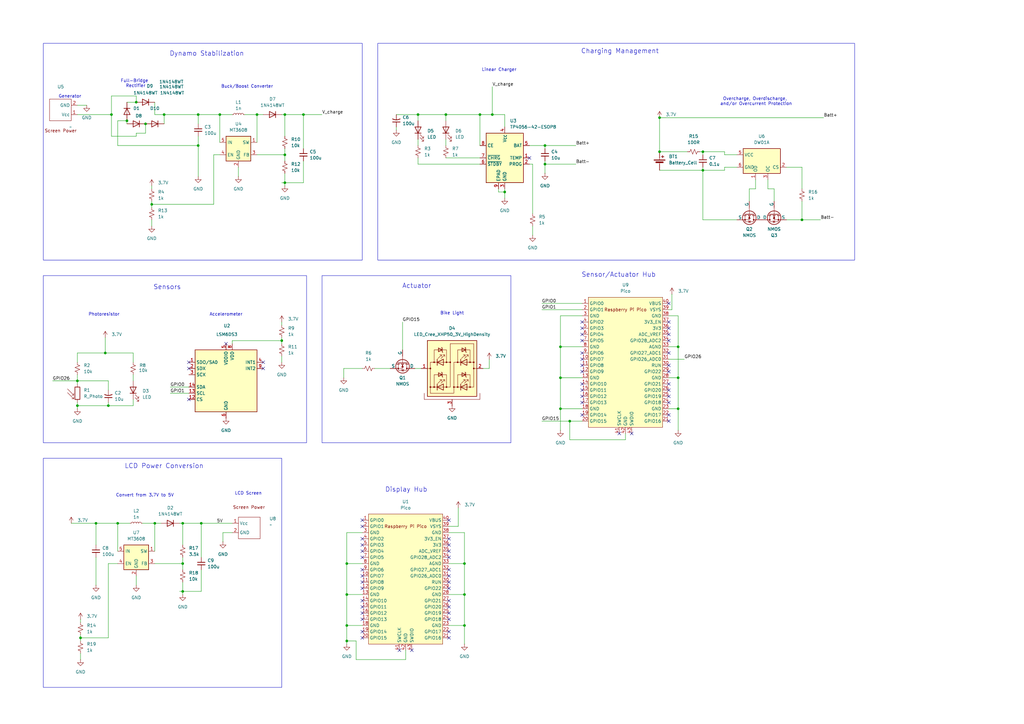
<source format=kicad_sch>
(kicad_sch (version 20250114) (generator "eeschema") (generator_version "9.0")
  (paper "A3")
  (title_block (title "UPDATED SCHEMATIC") (date "11/7/25") (rev "4") (company "LightCycle") (comment 1 "WE REALLY REALLY LIKE TO FARM"))
  (lib_symbols
    (symbol "Battery_Management:DW01A"
      (property "Reference" "U" (at -6.604 6.35 0))
      (property "Value" "DW01A" (at 4.318 6.604 0))
      (symbol "DW01A_0_1"
        (pin power_in line (at -10.16 2.54 0) (length 2.54) (name "VCC") (number "5"))
        (pin power_in line (at -10.16 -2.54 0) (length 2.54) (name "GND") (number "6"))
        (pin output line (at -2.54 -7.62 90) (length 2.54) (name "OD") (number "1"))
        (pin output line (at 2.54 -7.62 90) (length 2.54) (name "OC") (number "3"))
        (pin input line (at 10.16 -2.54 180) (length 2.54) (name "CS") (number "2"))
      )
      (symbol "DW01A_1_1"
        (pin no_connect line (at 10.16 2.54 180) (length 2.54) (hide yes) (name "TD") (number "4"))
      )
    )
    (symbol "Battery_Management:TP4056-42-ESOP8"
      (property "Reference" "U" (at -6.604 11.684 0))
      (property "Value" "TP4056-42-ESOP8" (at 10.16 11.684 0))
      (symbol "TP4056-42-ESOP8_1_0"
        (pin input line (at -10.16 5.08 0) (length 2.54) (name "CE") (number "8"))
        (pin open_collector line (at -10.16 0 0) (length 2.54) (name "~{CHRG}") (number "7"))
        (pin open_collector line (at -10.16 -2.54 0) (length 2.54) (name "~{STDBY}") (number "6"))
        (pin passive line (at -2.54 -12.7 90) (length 2.54) (name "EPAD") (number "9"))
        (pin power_in line (at 0 12.7 270) (length 2.54) (name "V_{CC}") (number "4"))
        (pin power_in line (at 0 -12.7 90) (length 2.54) (name "GND") (number "3"))
        (pin power_out line (at 10.16 5.08 180) (length 2.54) (name "BAT") (number "5"))
        (pin input line (at 10.16 0 180) (length 2.54) (name "TEMP") (number "1"))
        (pin passive line (at 10.16 -2.54 180) (length 2.54) (name "PROG") (number "2"))
      )
    )
    (symbol "Device:Battery_Cell" (pin_numbers (hide yes)) (pin_names (offset 0) (hide yes))
      (property "Reference" "BT" (at 11.43 -3.81 0))
      (property "Value" "Battery_Cell" (at 11.43 -6.35 0))
      (symbol "Battery_Cell_1_1"
        (pin passive line (at 8.89 -1.27 270) (length 2.54) (name "+") (number "1"))
        (pin passive line (at 8.89 -8.89 90) (length 2.54) (name "-") (number "2"))
      )
    )
    (symbol "Device:C_Small" (pin_numbers (hide yes)) (pin_names (offset 0.254) (hide yes))
      (property "Reference" "C" (at 0.254 1.778 0))
      (property "Value" "C_Small" (at 0.254 -2.032 0))
      (symbol "C_Small_1_1"
        (pin passive line (at 0 2.54 270) (length 2.032) (name "~") (number "1"))
        (pin passive line (at 0 -2.54 90) (length 2.032) (name "~") (number "2"))
      )
    )
    (symbol "Device:C_Small_US" (pin_numbers (hide yes)) (pin_names (offset 0.254) (hide yes))
      (property "Reference" "C" (at 0.254 1.778 0))
      (property "Value" "C_Small_US" (at 0.254 -2.032 0))
      (symbol "C_Small_US_1_1"
        (pin passive line (at 0 2.54 270) (length 2.032) (name "~") (number "1"))
        (pin passive line (at 0 -2.54 90) (length 2.032) (name "~") (number "2"))
      )
    )
    (symbol "Device:LED" (pin_numbers (hide yes)) (pin_names (offset 1.016) (hide yes))
      (property "Reference" "D" (at 0 2.54 0))
      (property "Value" "LED" (at 0 -2.54 0))
      (symbol "LED_1_1"
        (pin passive line (at -3.81 0 0) (length 2.54) (name "K") (number "1"))
        (pin passive line (at 3.81 0 180) (length 2.54) (name "A") (number "2"))
      )
    )
    (symbol "Device:L_Small" (pin_numbers (hide yes)) (pin_names (offset 0.254) (hide yes))
      (property "Reference" "L" (at 0.762 1.016 0))
      (property "Value" "L_Small" (at 0.762 -1.016 0))
      (symbol "L_Small_1_1"
        (pin passive line (at 0 2.54 270) (length 0.508) (name "~") (number "1"))
        (pin passive line (at 0 -2.54 90) (length 0.508) (name "~") (number "2"))
      )
    )
    (symbol "Device:R_Photo" (pin_numbers (hide yes)) (pin_names (offset 0))
      (property "Reference" "R" (at 1.27 1.27 0))
      (property "Value" "R_Photo" (at 1.27 0 0))
      (symbol "R_Photo_1_1"
        (pin passive line (at 0 3.81 270) (length 1.27) (name "~") (number "1"))
        (pin passive line (at 0 -3.81 90) (length 1.27) (name "~") (number "2"))
      )
    )
    (symbol "Device:R_Small_US" (pin_numbers (hide yes)) (pin_names (offset 0.254) (hide yes))
      (property "Reference" "R" (at 0.762 0.508 0))
      (property "Value" "R_Small_US" (at 0.762 -1.016 0))
      (symbol "R_Small_US_1_1"
        (pin passive line (at 0 2.54 270) (length 1.016) (name "~") (number "1"))
        (pin passive line (at 0 -2.54 90) (length 1.016) (name "~") (number "2"))
      )
    )
    (symbol "Diode:1N4148WT" (pin_numbers (hide yes)) (pin_names (hide yes))
      (property "Reference" "D" (at 0 2.54 0))
      (property "Value" "1N4148WT" (at 0 -2.54 0))
      (symbol "1N4148WT_1_1"
        (pin passive line (at -3.81 0 0) (length 2.54) (name "K") (number "1"))
        (pin passive line (at 3.81 0 180) (length 2.54) (name "A") (number "2"))
      )
    )
    (symbol "Elijahs_symbols:Cheap_Yellow_Display"
      (property "Reference" "U" (at 4.572 -0.762 0))
      (symbol "Cheap_Yellow_Display_1_1"
        (text "Screen Power" (at 4.318 1.524 0) (effects (font (size 1.27 1.27))))
        (pin power_in line (at -2.54 -5.08 0) (length 2.54) (name "Vcc") (number "1"))
        (pin power_in line (at -2.54 -8.89 0) (length 2.54) (name "GND") (number "2"))
      )
    )
    (symbol "LED:LED_Cree_XHP50_3V_HighDensity" (pin_names (offset 1.016) (hide yes))
      (property "Reference" "D" (at 0 15.24 0))
      (property "Value" "LED_Cree_XHP50_3V_HighDensity" (at -1.27 12.7 0))
      (symbol "LED_Cree_XHP50_3V_HighDensity_1_1"
        (pin passive line (at -12.7 0 0) (length 2.54) (name "K") (number "1"))
        (pin passive line (at 0 -15.24 90) (length 2.54) (name "PAD") (number "3"))
        (pin passive line (at 12.7 0 180) (length 2.54) (name "A") (number "2"))
      )
    )
    (symbol "MCU_RaspberryPi_and_Boards:Pico"
      (property "Reference" "U" (at -13.97 27.94 0))
      (property "Value" "Pico" (at 0 19.05 0))
      (symbol "Pico_0_0"
        (text "Raspberry Pi Pico" (at 0 21.59 0) (effects (font (size 1.27 1.27))))
      )
      (symbol "Pico_1_1"
        (pin bidirectional line (at -17.78 24.13 0) (length 2.54) (name "GPIO0") (number "1"))
        (pin bidirectional line (at -17.78 21.59 0) (length 2.54) (name "GPIO1") (number "2"))
        (pin power_in line (at -17.78 19.05 0) (length 2.54) (name "GND") (number "3"))
        (pin bidirectional line (at -17.78 16.51 0) (length 2.54) (name "GPIO2") (number "4"))
        (pin bidirectional line (at -17.78 13.97 0) (length 2.54) (name "GPIO3") (number "5"))
        (pin bidirectional line (at -17.78 11.43 0) (length 2.54) (name "GPIO4") (number "6"))
        (pin bidirectional line (at -17.78 8.89 0) (length 2.54) (name "GPIO5") (number "7"))
        (pin power_in line (at -17.78 6.35 0) (length 2.54) (name "GND") (number "8"))
        (pin bidirectional line (at -17.78 3.81 0) (length 2.54) (name "GPIO6") (number "9"))
        (pin bidirectional line (at -17.78 1.27 0) (length 2.54) (name "GPIO7") (number "10"))
        (pin bidirectional line (at -17.78 -1.27 0) (length 2.54) (name "GPIO8") (number "11"))
        (pin bidirectional line (at -17.78 -3.81 0) (length 2.54) (name "GPIO9") (number "12"))
        (pin power_in line (at -17.78 -6.35 0) (length 2.54) (name "GND") (number "13"))
        (pin bidirectional line (at -17.78 -8.89 0) (length 2.54) (name "GPIO10") (number "14"))
        (pin bidirectional line (at -17.78 -11.43 0) (length 2.54) (name "GPIO11") (number "15"))
        (pin bidirectional line (at -17.78 -13.97 0) (length 2.54) (name "GPIO12") (number "16"))
        (pin bidirectional line (at -17.78 -16.51 0) (length 2.54) (name "GPIO13") (number "17"))
        (pin power_in line (at -17.78 -19.05 0) (length 2.54) (name "GND") (number "18"))
        (pin bidirectional line (at -17.78 -21.59 0) (length 2.54) (name "GPIO14") (number "19"))
        (pin bidirectional line (at -17.78 -24.13 0) (length 2.54) (name "GPIO15") (number "20"))
        (pin input line (at -2.54 -29.21 90) (length 2.54) (name "SWCLK") (number "41"))
        (pin power_in line (at 0 -29.21 90) (length 2.54) (name "GND") (number "42"))
        (pin bidirectional line (at 2.54 -29.21 90) (length 2.54) (name "SWDIO") (number "43"))
        (pin power_in line (at 17.78 24.13 180) (length 2.54) (name "VBUS") (number "40"))
        (pin power_in line (at 17.78 21.59 180) (length 2.54) (name "VSYS") (number "39"))
        (pin bidirectional line (at 17.78 19.05 180) (length 2.54) (name "GND") (number "38"))
        (pin input line (at 17.78 16.51 180) (length 2.54) (name "3V3_EN") (number "37"))
        (pin power_in line (at 17.78 13.97 180) (length 2.54) (name "3V3") (number "36"))
        (pin power_in line (at 17.78 11.43 180) (length 2.54) (name "ADC_VREF") (number "35"))
        (pin bidirectional line (at 17.78 8.89 180) (length 2.54) (name "GPIO28_ADC2") (number "34"))
        (pin power_in line (at 17.78 6.35 180) (length 2.54) (name "AGND") (number "33"))
        (pin bidirectional line (at 17.78 3.81 180) (length 2.54) (name "GPIO27_ADC1") (number "32"))
        (pin bidirectional line (at 17.78 1.27 180) (length 2.54) (name "GPIO26_ADC0") (number "31"))
        (pin input line (at 17.78 -1.27 180) (length 2.54) (name "RUN") (number "30"))
        (pin bidirectional line (at 17.78 -3.81 180) (length 2.54) (name "GPIO22") (number "29"))
        (pin power_in line (at 17.78 -6.35 180) (length 2.54) (name "GND") (number "28"))
        (pin bidirectional line (at 17.78 -8.89 180) (length 2.54) (name "GPIO21") (number "27"))
        (pin bidirectional line (at 17.78 -11.43 180) (length 2.54) (name "GPIO20") (number "26"))
        (pin bidirectional line (at 17.78 -13.97 180) (length 2.54) (name "GPIO19") (number "25"))
        (pin bidirectional line (at 17.78 -16.51 180) (length 2.54) (name "GPIO18") (number "24"))
        (pin power_in line (at 17.78 -19.05 180) (length 2.54) (name "GND") (number "23"))
        (pin bidirectional line (at 17.78 -21.59 180) (length 2.54) (name "GPIO17") (number "22"))
        (pin bidirectional line (at 17.78 -24.13 180) (length 2.54) (name "GPIO16") (number "21"))
      )
    )
    (symbol "Regulator_Switching:MT3608"
      (property "Reference" "U" (at -2.54 8.89 0))
      (property "Value" "MT3608" (at -3.81 6.35 0))
      (symbol "MT3608_1_1"
        (pin power_in line (at -7.62 2.54 0) (length 2.54) (name "IN") (number "5"))
        (pin input line (at -7.62 -2.54 0) (length 2.54) (name "EN") (number "4"))
        (pin power_in line (at 0 -7.62 90) (length 2.54) (name "GND") (number "2"))
        (pin no_connect line (at 5.08 0 180) (length 2.54) (hide yes) (name "NC") (number "6"))
        (pin passive line (at 7.62 2.54 180) (length 2.54) (name "SW") (number "1"))
        (pin input line (at 7.62 -2.54 180) (length 2.54) (name "FB") (number "3"))
      )
    )
    (symbol "Sensor_Motion:LSM6DS3"
      (property "Reference" "U" (at -11.43 15.24 0))
      (property "Value" "LSM6DS3" (at -11.43 12.7 0))
      (symbol "LSM6DS3_1_1"
        (pin bidirectional line (at -15.24 7.62 0) (length 2.54) (name "SDO/SA0") (number "1"))
        (pin bidirectional line (at -15.24 5.08 0) (length 2.54) (name "SDX") (number "2"))
        (pin input line (at -15.24 2.54 0) (length 2.54) (name "SCX") (number "3"))
        (pin bidirectional line (at -15.24 -2.54 0) (length 2.54) (name "SDA") (number "14"))
        (pin input line (at -15.24 -5.08 0) (length 2.54) (name "SCL") (number "13"))
        (pin input line (at -15.24 -7.62 0) (length 2.54) (name "CS") (number "12"))
        (pin power_in line (at 0 15.24 270) (length 2.54) (name "VDDIO") (number "5"))
        (pin power_in line (at 0 -15.24 90) (length 2.54) (name "GND") (number "6"))
        (pin passive line (at 0 -15.24 90) (length 2.54) (hide yes) (name "GND") (number "7"))
        (pin power_in line (at 2.54 15.24 270) (length 2.54) (name "VDD") (number "8"))
        (pin no_connect line (at 12.7 -2.54 180) (length 3.81) (hide yes) (name "NC") (number "11"))
        (pin no_connect line (at 12.7 -5.08 180) (length 3.81) (hide yes) (name "NC") (number "10"))
        (pin output line (at 15.24 7.62 180) (length 2.54) (name "INT1") (number "4"))
        (pin output line (at 15.24 5.08 180) (length 2.54) (name "INT2") (number "9"))
      )
    )
    (symbol "Simulation_SPICE:NMOS" (pin_numbers (hide yes)) (pin_names (offset 0))
      (property "Reference" "Q" (at 5.08 1.27 0))
      (property "Value" "NMOS" (at 5.08 -1.27 0))
      (symbol "NMOS_1_1"
        (pin input line (at -5.08 0 0) (length 2.54) (name "G") (number "2"))
        (pin passive line (at 2.54 5.08 270) (length 2.54) (name "D") (number "1"))
        (pin passive line (at 2.54 -5.08 90) (length 2.54) (name "S") (number "3"))
      )
    )
    (symbol "power:GND" (power) (pin_numbers (hide yes)) (pin_names (offset 0) (hide yes))
      (property "Value" "GND" (at 0 -3.81 0))
      (symbol "GND_1_1"
        (pin power_in line (at 0 0 270) (length 0) (name "~") (number "1"))
      )
    )
    (symbol "power:VCC" (power) (pin_numbers (hide yes)) (pin_names (offset 0) (hide yes))
      (property "Value" "VCC" (at 0 3.556 0))
      (symbol "VCC_1_1"
        (pin power_in line (at 0 0 90) (length 0) (name "~") (number "1"))
      )
    )
  )
  (rectangle (start 17.78 113.03) (end 125.73 181.61))
  (rectangle (start 17.78 187.96) (end 115.57 281.94))
  (rectangle (start 154.94 17.78) (end 350.52 106.68))
  (rectangle (start 132.08 113.03) (end 209.55 181.61))
  (rectangle (start 17.78 17.78) (end 148.59 106.68))
  (text "Dynamo Stabilization" (at 84.836 22.098 0) (effects (font (size 1.905 1.905))))
  (text "Buck/Boost Converter" (at 101.346 35.56 0) (effects (font (size 1.27 1.27))))
  (text "Convert from 3.7V to 5V" (at 59.436 203.2 0) (effects (font (size 1.27 1.27))))
  (text "Overcharge, Overdischarge, \nand/or Overcurrent Protection" (at 310.134 41.656 0) (effects (font (size 1.27 1.27))))
  (text "Actuator" (at 170.942 117.348 0) (effects (font (size 1.905 1.905))))
  (text "Full-Bridge \nRectifier" (at 55.626 34.29 0) (effects (font (size 1.27 1.27))))
  (text "Sensor/Actuator Hub" (at 253.746 112.776 0) (effects (font (size 1.905 1.905))))
  (text "Accelerometer" (at 92.71 129.032 0) (effects (font (size 1.27 1.27))))
  (text "LCD Power Conversion" (at 67.31 191.262 0) (effects (font (size 1.905 1.905))))
  (text "Linear Charger" (at 204.724 28.702 0) (effects (font (size 1.27 1.27))))
  (text "LCD Screen" (at 101.854 202.438 0) (effects (font (size 1.27 1.27))))
  (text "Sensors" (at 68.58 117.856 0) (effects (font (size 1.905 1.905))))
  (text "Photoresistor" (at 42.672 129.032 0) (effects (font (size 1.27 1.27))))
  (text "Generator" (at 28.702 39.624 0) (effects (font (size 1.27 1.27))))
  (text "Charging Management" (at 254.254 21.082 0) (effects (font (size 1.905 1.905))))
  (text "Display Hub" (at 166.624 200.914 0) (effects (font (size 1.905 1.905))))
  (text "Bike Light" (at 185.42 128.524 0) (effects (font (size 1.27 1.27))))
  (junction (at 44.45 166.37))
  (junction (at 55.88 41.91))
  (junction (at 229.87 154.94))
  (junction (at 59.69 50.8))
  (junction (at 278.13 167.64))
  (junction (at 90.17 46.99))
  (junction (at 116.84 63.5))
  (junction (at 116.84 74.93))
  (junction (at 142.24 231.14))
  (junction (at 43.18 144.78))
  (junction (at 190.5 243.84))
  (junction (at 39.37 214.63))
  (junction (at 270.51 62.23))
  (junction (at 67.31 46.99))
  (junction (at 278.13 142.24))
  (junction (at 223.52 59.69))
  (junction (at 223.52 67.31))
  (junction (at 190.5 256.54))
  (junction (at 52.07 49.53))
  (junction (at 196.85 46.99))
  (junction (at 288.29 69.85))
  (junction (at 45.72 46.99))
  (junction (at 142.24 243.84))
  (junction (at 229.87 167.64))
  (junction (at 142.24 256.54))
  (junction (at 74.93 231.14))
  (junction (at 31.75 156.21))
  (junction (at 74.93 214.63))
  (junction (at 288.29 62.23))
  (junction (at 31.75 166.37))
  (junction (at 116.84 46.99))
  (junction (at 62.23 83.82))
  (junction (at 81.28 46.99))
  (junction (at 48.26 214.63))
  (junction (at 33.02 261.62))
  (junction (at 201.93 46.99))
  (junction (at 74.93 242.57))
  (junction (at 229.87 142.24))
  (junction (at 171.45 46.99))
  (junction (at 82.55 214.63))
  (junction (at 278.13 154.94))
  (junction (at 270.51 48.26))
  (junction (at 233.68 172.72))
  (junction (at 81.28 59.69))
  (junction (at 182.88 46.99))
  (junction (at 328.93 90.17))
  (junction (at 63.5 214.63))
  (junction (at 105.41 46.99))
  (junction (at 142.24 262.89))
  (junction (at 115.57 139.7))
  (junction (at 207.01 78.74))
  (junction (at 190.5 231.14))
  (junction (at 124.46 46.99))
  (no_connect (at 238.76 157.48))
  (no_connect (at 184.15 220.98))
  (no_connect (at 92.71 140.97))
  (no_connect (at 77.47 163.83))
  (no_connect (at 148.59 213.36))
  (no_connect (at 148.59 238.76))
  (no_connect (at 238.76 137.16))
  (no_connect (at 238.76 149.86))
  (no_connect (at 148.59 251.46))
  (no_connect (at 184.15 259.08))
  (no_connect (at 259.08 177.8))
  (no_connect (at 274.32 157.48))
  (no_connect (at 184.15 236.22))
  (no_connect (at 274.32 149.86))
  (no_connect (at 184.15 254))
  (no_connect (at 184.15 248.92))
  (no_connect (at 238.76 160.02))
  (no_connect (at 184.15 233.68))
  (no_connect (at 238.76 162.56))
  (no_connect (at 184.15 238.76))
  (no_connect (at 163.83 266.7))
  (no_connect (at 274.32 132.08))
  (no_connect (at 148.59 223.52))
  (no_connect (at 274.32 134.62))
  (no_connect (at 148.59 233.68))
  (no_connect (at 184.15 251.46))
  (no_connect (at 148.59 259.08))
  (no_connect (at 274.32 165.1))
  (no_connect (at 184.15 241.3))
  (no_connect (at 77.47 151.13))
  (no_connect (at 254 177.8))
  (no_connect (at 184.15 213.36))
  (no_connect (at 148.59 236.22))
  (no_connect (at 184.15 246.38))
  (no_connect (at 238.76 132.08))
  (no_connect (at 148.59 246.38))
  (no_connect (at 274.32 170.18))
  (no_connect (at 148.59 261.62))
  (no_connect (at 148.59 215.9))
  (no_connect (at 148.59 248.92))
  (no_connect (at 77.47 148.59))
  (no_connect (at 274.32 152.4))
  (no_connect (at 184.15 261.62))
  (no_connect (at 274.32 124.46))
  (no_connect (at 274.32 137.16))
  (no_connect (at 184.15 226.06))
  (no_connect (at 148.59 228.6))
  (no_connect (at 148.59 220.98))
  (no_connect (at 148.59 226.06))
  (no_connect (at 238.76 152.4))
  (no_connect (at 184.15 223.52))
  (no_connect (at 107.95 151.13))
  (no_connect (at 274.32 144.78))
  (no_connect (at 107.95 148.59))
  (no_connect (at 148.59 254))
  (no_connect (at 238.76 147.32))
  (no_connect (at 238.76 134.62))
  (no_connect (at 238.76 165.1))
  (no_connect (at 238.76 139.7))
  (no_connect (at 274.32 139.7))
  (no_connect (at 274.32 172.72))
  (no_connect (at 168.91 266.7))
  (no_connect (at 238.76 170.18))
  (no_connect (at 274.32 162.56))
  (no_connect (at 148.59 241.3))
  (no_connect (at 274.32 160.02))
  (no_connect (at 238.76 144.78))
  (no_connect (at 184.15 228.6))
  (no_connect (at 217.17 64.77))
  (wire (pts (xy 63.5 46.99) (xy 67.31 46.99)))
  (wire (pts (xy 187.96 208.28) (xy 187.96 215.9)))
  (wire (pts (xy 69.85 158.75) (xy 77.47 158.75)))
  (wire (pts (xy 33.02 261.62) (xy 33.02 262.89)))
  (wire (pts (xy 55.88 41.91) (xy 55.88 39.37)))
  (wire (pts (xy 142.24 231.14) (xy 142.24 243.84)))
  (wire (pts (xy 105.41 46.99) (xy 107.95 46.99)))
  (wire (pts (xy 238.76 167.64) (xy 229.87 167.64)))
  (wire (pts (xy 229.87 167.64) (xy 229.87 176.53)))
  (wire (pts (xy 31.75 166.37) (xy 31.75 167.64)))
  (wire (pts (xy 48.26 214.63) (xy 48.26 226.06)))
  (wire (pts (xy 58.42 214.63) (xy 63.5 214.63)))
  (wire (pts (xy 142.24 262.89) (xy 142.24 264.16)))
  (wire (pts (xy 223.52 67.31) (xy 223.52 71.12)))
  (wire (pts (xy 288.29 62.23) (xy 288.29 63.5)))
  (wire (pts (xy 48.26 59.69) (xy 81.28 59.69)))
  (wire (pts (xy 287.02 62.23) (xy 288.29 62.23)))
  (wire (pts (xy 165.1 132.08) (xy 165.1 143.51)))
  (wire (pts (xy 63.5 231.14) (xy 74.93 231.14)))
  (wire (pts (xy 297.18 69.85) (xy 297.18 68.58)))
  (wire (pts (xy 62.23 90.17) (xy 62.23 92.71)))
  (wire (pts (xy 142.24 218.44) (xy 142.24 231.14)))
  (wire (pts (xy 278.13 167.64) (xy 274.32 167.64)))
  (wire (pts (xy 297.18 62.23) (xy 288.29 62.23)))
  (wire (pts (xy 39.37 214.63) (xy 39.37 223.52)))
  (wire (pts (xy 201.93 46.99) (xy 207.01 46.99)))
  (wire (pts (xy 184.15 243.84) (xy 190.5 243.84)))
  (wire (pts (xy 229.87 142.24) (xy 229.87 154.94)))
  (wire (pts (xy 95.25 46.99) (xy 90.17 46.99)))
  (wire (pts (xy 95.25 139.7) (xy 115.57 139.7)))
  (wire (pts (xy 74.93 231.14) (xy 74.93 233.68)))
  (wire (pts (xy 52.07 49.53) (xy 52.07 50.8)))
  (wire (pts (xy 45.72 46.99) (xy 45.72 55.88)))
  (wire (pts (xy 73.66 214.63) (xy 74.93 214.63)))
  (wire (pts (xy 44.45 160.02) (xy 44.45 156.21)))
  (wire (pts (xy 54.61 163.83) (xy 54.61 166.37)))
  (wire (pts (xy 275.59 120.65) (xy 275.59 127)))
  (wire (pts (xy 297.18 63.5) (xy 302.26 63.5)))
  (wire (pts (xy 288.29 90.17) (xy 288.29 69.85)))
  (wire (pts (xy 52.07 49.53) (xy 48.26 49.53)))
  (wire (pts (xy 55.88 39.37) (xy 45.72 39.37)))
  (wire (pts (xy 115.57 138.43) (xy 115.57 139.7)))
  (wire (pts (xy 105.41 63.5) (xy 116.84 63.5)))
  (wire (pts (xy 229.87 154.94) (xy 229.87 167.64)))
  (wire (pts (xy 74.93 242.57) (xy 82.55 242.57)))
  (wire (pts (xy 33.02 267.97) (xy 33.02 270.51)))
  (wire (pts (xy 307.34 82.55) (xy 307.34 77.47)))
  (wire (pts (xy 256.54 177.8) (xy 256.54 180.34)))
  (wire (pts (xy 74.93 223.52) (xy 74.93 214.63)))
  (wire (pts (xy 182.88 46.99) (xy 196.85 46.99)))
  (wire (pts (xy 29.21 214.63) (xy 39.37 214.63)))
  (wire (pts (xy 233.68 180.34) (xy 233.68 172.72)))
  (wire (pts (xy 328.93 90.17) (xy 336.55 90.17)))
  (wire (pts (xy 223.52 59.69) (xy 236.22 59.69)))
  (wire (pts (xy 278.13 154.94) (xy 278.13 167.64)))
  (wire (pts (xy 74.93 242.57) (xy 74.93 243.84)))
  (wire (pts (xy 81.28 59.69) (xy 81.28 72.39)))
  (wire (pts (xy 48.26 49.53) (xy 48.26 59.69)))
  (wire (pts (xy 55.88 236.22) (xy 55.88 240.03)))
  (wire (pts (xy 218.44 87.63) (xy 218.44 67.31)))
  (wire (pts (xy 31.75 144.78) (xy 43.18 144.78)))
  (wire (pts (xy 142.24 243.84) (xy 142.24 256.54)))
  (wire (pts (xy 95.25 218.44) (xy 91.44 218.44)))
  (wire (pts (xy 190.5 243.84) (xy 190.5 256.54)))
  (wire (pts (xy 309.88 77.47) (xy 309.88 73.66)))
  (wire (pts (xy 297.18 62.23) (xy 297.18 63.5)))
  (wire (pts (xy 229.87 154.94) (xy 238.76 154.94)))
  (wire (pts (xy 62.23 76.2) (xy 62.23 77.47)))
  (wire (pts (xy 278.13 142.24) (xy 278.13 154.94)))
  (wire (pts (xy 82.55 214.63) (xy 82.55 228.6)))
  (wire (pts (xy 317.5 77.47) (xy 317.5 82.55)))
  (wire (pts (xy 223.52 67.31) (xy 236.22 67.31)))
  (wire (pts (xy 39.37 228.6) (xy 39.37 240.03)))
  (wire (pts (xy 171.45 64.77) (xy 171.45 67.31)))
  (wire (pts (xy 44.45 166.37) (xy 31.75 166.37)))
  (wire (pts (xy 187.96 215.9) (xy 184.15 215.9)))
  (wire (pts (xy 288.29 69.85) (xy 288.29 68.58)))
  (wire (pts (xy 54.61 144.78) (xy 54.61 148.59)))
  (wire (pts (xy 33.02 254) (xy 33.02 255.27)))
  (wire (pts (xy 190.5 256.54) (xy 184.15 256.54)))
  (wire (pts (xy 322.58 68.58) (xy 328.93 68.58)))
  (wire (pts (xy 297.18 68.58) (xy 302.26 68.58)))
  (wire (pts (xy 322.58 90.17) (xy 328.93 90.17)))
  (wire (pts (xy 204.47 77.47) (xy 204.47 78.74)))
  (wire (pts (xy 73.66 242.57) (xy 74.93 242.57)))
  (wire (pts (xy 81.28 50.8) (xy 81.28 46.99)))
  (wire (pts (xy 142.24 243.84) (xy 148.59 243.84)))
  (wire (pts (xy 274.32 142.24) (xy 278.13 142.24)))
  (wire (pts (xy 74.93 214.63) (xy 82.55 214.63)))
  (wire (pts (xy 87.63 63.5) (xy 87.63 83.82)))
  (wire (pts (xy 218.44 92.71) (xy 218.44 96.52)))
  (wire (pts (xy 184.15 218.44) (xy 190.5 218.44)))
  (wire (pts (xy 90.17 63.5) (xy 87.63 63.5)))
  (wire (pts (xy 52.07 41.91) (xy 55.88 41.91)))
  (wire (pts (xy 281.94 62.23) (xy 270.51 62.23)))
  (wire (pts (xy 238.76 129.54) (xy 229.87 129.54)))
  (wire (pts (xy 170.18 151.13) (xy 172.72 151.13)))
  (wire (pts (xy 302.26 90.17) (xy 288.29 90.17)))
  (wire (pts (xy 124.46 66.04) (xy 124.46 74.93)))
  (wire (pts (xy 67.31 50.8) (xy 67.31 46.99)))
  (wire (pts (xy 69.85 161.29) (xy 77.47 161.29)))
  (wire (pts (xy 196.85 46.99) (xy 196.85 59.69)))
  (wire (pts (xy 275.59 127) (xy 274.32 127)))
  (wire (pts (xy 229.87 142.24) (xy 238.76 142.24)))
  (wire (pts (xy 48.26 214.63) (xy 39.37 214.63)))
  (wire (pts (xy 223.52 59.69) (xy 223.52 60.96)))
  (wire (pts (xy 148.59 256.54) (xy 142.24 256.54)))
  (wire (pts (xy 44.45 166.37) (xy 54.61 166.37)))
  (wire (pts (xy 74.93 228.6) (xy 74.93 231.14)))
  (wire (pts (xy 100.33 46.99) (xy 105.41 46.99)))
  (wire (pts (xy 33.02 261.62) (xy 44.45 261.62)))
  (wire (pts (xy 166.37 266.7) (xy 166.37 270.51)))
  (wire (pts (xy 31.75 153.67) (xy 31.75 156.21)))
  (wire (pts (xy 31.75 43.18) (xy 35.56 43.18)))
  (wire (pts (xy 278.13 129.54) (xy 278.13 142.24)))
  (wire (pts (xy 217.17 59.69) (xy 223.52 59.69)))
  (wire (pts (xy 55.88 54.61) (xy 55.88 55.88)))
  (wire (pts (xy 201.93 35.56) (xy 201.93 46.99)))
  (wire (pts (xy 171.45 67.31) (xy 196.85 67.31)))
  (wire (pts (xy 116.84 71.12) (xy 116.84 74.93)))
  (wire (pts (xy 140.97 151.13) (xy 140.97 154.94)))
  (wire (pts (xy 44.45 231.14) (xy 44.45 261.62)))
  (wire (pts (xy 62.23 82.55) (xy 62.23 83.82)))
  (wire (pts (xy 142.24 231.14) (xy 148.59 231.14)))
  (wire (pts (xy 182.88 64.77) (xy 196.85 64.77)))
  (wire (pts (xy 31.75 148.59) (xy 31.75 144.78)))
  (wire (pts (xy 115.57 74.93) (xy 116.84 74.93)))
  (wire (pts (xy 171.45 57.15) (xy 171.45 59.69)))
  (wire (pts (xy 48.26 231.14) (xy 44.45 231.14)))
  (wire (pts (xy 307.34 77.47) (xy 309.88 77.47)))
  (wire (pts (xy 146.05 270.51) (xy 146.05 262.89)))
  (wire (pts (xy 90.17 46.99) (xy 90.17 58.42)))
  (wire (pts (xy 198.12 151.13) (xy 200.66 151.13)))
  (wire (pts (xy 256.54 180.34) (xy 233.68 180.34)))
  (wire (pts (xy 162.56 46.99) (xy 171.45 46.99)))
  (wire (pts (xy 31.75 165.1) (xy 31.75 166.37)))
  (wire (pts (xy 105.41 58.42) (xy 105.41 46.99)))
  (wire (pts (xy 124.46 46.99) (xy 132.08 46.99)))
  (wire (pts (xy 278.13 167.64) (xy 278.13 176.53)))
  (wire (pts (xy 116.84 74.93) (xy 116.84 76.2)))
  (wire (pts (xy 297.18 69.85) (xy 288.29 69.85)))
  (wire (pts (xy 148.59 151.13) (xy 140.97 151.13)))
  (wire (pts (xy 62.23 83.82) (xy 87.63 83.82)))
  (wire (pts (xy 67.31 46.99) (xy 81.28 46.99)))
  (wire (pts (xy 116.84 46.99) (xy 124.46 46.99)))
  (wire (pts (xy 81.28 46.99) (xy 90.17 46.99)))
  (wire (pts (xy 171.45 46.99) (xy 182.88 46.99)))
  (wire (pts (xy 59.69 54.61) (xy 55.88 54.61)))
  (wire (pts (xy 328.93 77.47) (xy 328.93 68.58)))
  (wire (pts (xy 190.5 256.54) (xy 190.5 264.16)))
  (wire (pts (xy 21.59 156.21) (xy 31.75 156.21)))
  (wire (pts (xy 222.25 124.46) (xy 238.76 124.46)))
  (wire (pts (xy 116.84 60.96) (xy 116.84 63.5)))
  (wire (pts (xy 91.44 218.44) (xy 91.44 222.25)))
  (wire (pts (xy 115.57 139.7) (xy 115.57 140.97)))
  (wire (pts (xy 166.37 270.51) (xy 146.05 270.51)))
  (wire (pts (xy 95.25 139.7) (xy 95.25 140.97)))
  (wire (pts (xy 63.5 41.91) (xy 63.5 46.99)))
  (wire (pts (xy 207.01 78.74) (xy 207.01 81.28)))
  (wire (pts (xy 59.69 50.8) (xy 59.69 54.61)))
  (wire (pts (xy 31.75 156.21) (xy 31.75 157.48)))
  (wire (pts (xy 233.68 172.72) (xy 238.76 172.72)))
  (wire (pts (xy 223.52 66.04) (xy 223.52 67.31)))
  (wire (pts (xy 190.5 231.14) (xy 190.5 243.84)))
  (wire (pts (xy 184.15 231.14) (xy 190.5 231.14)))
  (wire (pts (xy 62.23 83.82) (xy 62.23 85.09)))
  (wire (pts (xy 44.45 165.1) (xy 44.45 166.37)))
  (wire (pts (xy 31.75 156.21) (xy 44.45 156.21)))
  (wire (pts (xy 63.5 214.63) (xy 66.04 214.63)))
  (wire (pts (xy 162.56 52.07) (xy 162.56 53.34)))
  (wire (pts (xy 54.61 153.67) (xy 54.61 156.21)))
  (wire (pts (xy 328.93 90.17) (xy 328.93 82.55)))
  (wire (pts (xy 148.59 218.44) (xy 142.24 218.44)))
  (wire (pts (xy 207.01 77.47) (xy 207.01 78.74)))
  (wire (pts (xy 229.87 129.54) (xy 229.87 142.24)))
  (wire (pts (xy 33.02 260.35) (xy 33.02 261.62)))
  (wire (pts (xy 81.28 55.88) (xy 81.28 59.69)))
  (wire (pts (xy 115.57 46.99) (xy 116.84 46.99)))
  (wire (pts (xy 190.5 218.44) (xy 190.5 231.14)))
  (wire (pts (xy 204.47 78.74) (xy 207.01 78.74)))
  (wire (pts (xy 146.05 262.89) (xy 142.24 262.89)))
  (wire (pts (xy 31.75 46.99) (xy 45.72 46.99)))
  (wire (pts (xy 196.85 46.99) (xy 201.93 46.99)))
  (wire (pts (xy 74.93 238.76) (xy 74.93 242.57)))
  (wire (pts (xy 153.67 151.13) (xy 160.02 151.13)))
  (wire (pts (xy 182.88 57.15) (xy 182.88 59.69)))
  (wire (pts (xy 200.66 147.32) (xy 200.66 151.13)))
  (wire (pts (xy 270.51 69.85) (xy 288.29 69.85)))
  (wire (pts (xy 222.25 127) (xy 238.76 127)))
  (wire (pts (xy 182.88 46.99) (xy 182.88 49.53)))
  (wire (pts (xy 274.32 129.54) (xy 278.13 129.54)))
  (wire (pts (xy 218.44 67.31) (xy 217.17 67.31)))
  (wire (pts (xy 270.51 48.26) (xy 337.82 48.26)))
  (wire (pts (xy 171.45 46.99) (xy 171.45 49.53)))
  (wire (pts (xy 314.96 73.66) (xy 314.96 77.47)))
  (wire (pts (xy 82.55 214.63) (xy 95.25 214.63)))
  (wire (pts (xy 124.46 46.99) (xy 124.46 60.96)))
  (wire (pts (xy 314.96 77.47) (xy 317.5 77.47)))
  (wire (pts (xy 115.57 146.05) (xy 115.57 148.59)))
  (wire (pts (xy 115.57 132.08) (xy 115.57 133.35)))
  (wire (pts (xy 43.18 138.43) (xy 43.18 144.78)))
  (wire (pts (xy 97.79 68.58) (xy 97.79 72.39)))
  (wire (pts (xy 274.32 154.94) (xy 278.13 154.94)))
  (wire (pts (xy 207.01 46.99) (xy 207.01 52.07)))
  (wire (pts (xy 270.51 62.23) (xy 270.51 48.26)))
  (wire (pts (xy 142.24 256.54) (xy 142.24 262.89)))
  (wire (pts (xy 63.5 226.06) (xy 63.5 214.63)))
  (wire (pts (xy 116.84 74.93) (xy 124.46 74.93)))
  (wire (pts (xy 116.84 55.88) (xy 116.84 46.99)))
  (wire (pts (xy 45.72 39.37) (xy 45.72 46.99)))
  (wire (pts (xy 82.55 233.68) (xy 82.55 242.57)))
  (wire (pts (xy 55.88 55.88) (xy 45.72 55.88)))
  (wire (pts (xy 274.32 147.32) (xy 280.67 147.32)))
  (wire (pts (xy 43.18 144.78) (xy 54.61 144.78)))
  (wire (pts (xy 53.34 214.63) (xy 48.26 214.63)))
  (wire (pts (xy 116.84 63.5) (xy 116.84 66.04)))
  (wire (pts (xy 222.25 172.72) (xy 233.68 172.72)))
  (label "GPIO0" (at 69.85 158.75 0))
  (label "V_charge" (at 132.08 46.99 0))
  (label "V_charge" (at 201.93 35.56 0))
  (label "GPIO0" (at 222.25 124.46 0))
  (label "Batt+" (at 236.22 59.69 0))
  (label "Batt-" (at 336.55 90.17 0))
  (label "5V" (at 88.9 214.63 0))
  (label "Batt+" (at 337.82 48.26 0))
  (label "GPIO15" (at 222.25 172.72 0))
  (label "GPIO1" (at 222.25 127 0))
  (label "Batt-" (at 236.22 67.31 0))
  (label "GPIO26" (at 21.59 156.21 0))
  (label "GPIO15" (at 165.1 132.08 0))
  (label "GPIO26" (at 280.67 147.32 0))
  (label "GPIO1" (at 69.85 161.29 0))
  (symbol (lib_id "power:GND") (at 229.87 176.53 0) (unit 1)
    (property "Reference" "#PWR08" (effects (hide yes)))
    (property "Value" "GND" (at 229.87 181.61 0))
    (property "Description" "Power symbol creates a global label with name \"GND\" , ground" (effects (hide yes)))
  )
  (symbol (lib_id "power:VCC") (at 270.51 48.26 0) (unit 1)
    (property "Reference" "#PWR014" (effects (hide yes)))
    (property "Value" "3.7V" (at 273.05 46.9899 0) (effects (justify left)))
    (property "Description" "Power symbol creates a global label with name \"VCC\"" (effects (hide yes)))
  )
  (symbol (lib_id "Device:C_Small") (at 82.55 231.14 0) (unit 1)
    (property "Reference" "C9" (at 85.09 229.8762 0) (effects (justify left)))
    (property "Value" "100u" (at 85.09 232.4162 0) (effects (justify left)))
    (property "Footprint" "Capacitor_THT:CP_Radial_D4.0mm_P2.00mm" (effects (hide yes)))
    (property "Description" "Unpolarized capacitor, small symbol" (effects (hide yes)))
  )
  (symbol (lib_id "power:VCC") (at 200.66 147.32 0) (unit 1)
    (property "Reference" "#PWR015" (effects (hide yes)))
    (property "Value" "3.7V" (at 203.2 146.0499 0) (effects (justify left)))
    (property "Description" "Power symbol creates a global label with name \"VCC\"" (effects (hide yes)))
  )
  (symbol (lib_id "Battery_Management:DW01A") (at 312.42 66.04 0) (unit 1)
    (property "Reference" "U6" (at 312.42 55.88 0))
    (property "Value" "DW01A" (at 312.42 58.42 0))
    (property "Footprint" "Package_TO_SOT_SMD:SOT-23-6" (effects (hide yes)))
    (property "Datasheet" "https://hmsemi.com/downfile/DW01A.PDF" (effects (hide yes)))
    (property "Description" "Overcharge, overcurrent and overdischarge protection IC for single cell lithium-ion/polymer battery" (effects (hide yes)))
  )
  (symbol (lib_id "Sensor_Motion:LSM6DS3") (at 92.71 156.21 0) (unit 1)
    (property "Reference" "U2" (at 91.694 133.604 0) (effects (justify left)))
    (property "Value" "LSM6DS3" (at 88.646 137.16 0) (effects (justify left)))
    (property "Footprint" "Package_LGA:LGA-14_3x2.5mm_P0.5mm_LayoutBorder3x4y" (effects (hide yes)))
    (property "Datasheet" "https://www.st.com/resource/en/datasheet/lsm6ds3tr-c.pdf" (effects (hide yes)))
    (property "Description" "I2C/SPI, iNEMO inertial module: always-on 3D accelerometer and 3D gyroscope" (effects (hide yes)))
  )
  (symbol (lib_id "Device:R_Small_US") (at 31.75 151.13 0) (unit 1)
    (property "Reference" "R2" (at 34.29 149.8599 0) (effects (justify left)))
    (property "Value" "10k" (at 34.29 152.3999 0) (effects (justify left)))
    (property "Footprint" "Resistor_THT:R_Axial_DIN0207_L6.3mm_D2.5mm_P10.16mm_Horizontal" (effects (hide yes)))
    (property "Description" "Resistor, small US symbol" (effects (hide yes)))
  )
  (symbol (lib_id "Diode:1N4148WT") (at 52.07 45.72 270) (unit 1)
    (property "Reference" "D1" (at 54.61 44.4499 90) (effects (justify left)))
    (property "Value" "1N4148WT" (at 65.278 33.528 90) (effects (justify left)))
    (property "Footprint" "LED_THT:LED_D3.0mm_Clear" (effects (hide yes)))
    (property "Datasheet" "https://www.diodes.com/assets/Datasheets/ds30396.pdf" (effects (hide yes)))
    (property "Description" "75V 0.15A Fast switching Diode, SOD-523" (effects (hide yes)))
    (property "Sim.Device" "D" (effects (hide yes)))
    (property "Sim.Pins" "1=K 2=A" (effects (hide yes)))
  )
  (symbol (lib_id "LED:LED_Cree_XHP50_3V_HighDensity") (at 185.42 151.13 0) (unit 1)
    (property "Reference" "D4" (at 185.42 134.62 0))
    (property "Value" "LED_Cree_XHP50_3V_HighDensity" (at 185.42 137.16 0))
    (property "Footprint" "LED_SMD:LED_Cree-XHP50_3V_HighDensity" (effects (hide yes)))
    (property "Datasheet" "https://downloads.cree-led.com/files/ds/x/XLamp-XHP50.3.pdf" (effects (hide yes)))
    (property "Description" "XLamp® XHP50 LED, 3V, 4 LEDs in parallel, high density" (effects (hide yes)))
  )
  (symbol (lib_id "Device:R_Small_US") (at 74.93 236.22 0) (unit 1)
    (property "Reference" "R18" (at 77.47 234.9499 0) (effects (justify left)))
    (property "Value" "10k" (at 77.47 237.4899 0) (effects (justify left)))
    (property "Footprint" "Resistor_THT:R_Axial_DIN0207_L6.3mm_D2.5mm_P10.16mm_Horizontal" (effects (hide yes)))
    (property "Description" "Resistor, small US symbol" (effects (hide yes)))
  )
  (symbol (lib_id "power:GND") (at 207.01 81.28 0) (unit 1)
    (property "Reference" "#PWR02" (effects (hide yes)))
    (property "Value" "GND" (at 207.01 86.36 0))
    (property "Description" "Power symbol creates a global label with name \"GND\" , ground" (effects (hide yes)))
  )
  (symbol (lib_id "Device:R_Small_US") (at 328.93 80.01 180) (unit 1)
    (property "Reference" "R16" (at 331.47 78.7399 0) (effects (justify right)))
    (property "Value" "1k" (at 331.47 81.2799 0) (effects (justify right)))
    (property "Footprint" "Resistor_THT:R_Axial_DIN0207_L6.3mm_D2.5mm_P10.16mm_Horizontal" (effects (hide yes)))
    (property "Description" "Resistor, small US symbol" (effects (hide yes)))
  )
  (symbol (lib_id "Device:LED") (at 54.61 160.02 90) (unit 1)
    (property "Reference" "D3" (at 58.42 160.3374 90) (effects (justify right)))
    (property "Value" "LED" (at 58.42 162.8774 90) (effects (justify right)))
    (property "Footprint" "LED_THT:LED_D3.0mm_Clear" (effects (hide yes)))
    (property "Description" "Light emitting diode" (effects (hide yes)))
    (property "Sim.Pins" "1=K 2=A" (effects (hide yes)))
  )
  (symbol (lib_id "power:VCC") (at 29.21 214.63 0) (unit 1)
    (property "Reference" "#PWR028" (effects (hide yes)))
    (property "Value" "3.7V" (at 31.75 213.3599 0) (effects (justify left)))
    (property "Description" "Power symbol creates a global label with name \"VCC\"" (effects (hide yes)))
  )
  (symbol (lib_id "Device:R_Small_US") (at 171.45 62.23 0) (unit 1)
    (property "Reference" "R3" (at 173.99 60.9599 0) (effects (justify left)))
    (property "Value" "1k" (at 173.99 63.4999 0) (effects (justify left)))
    (property "Footprint" "Resistor_THT:R_Axial_DIN0207_L6.3mm_D2.5mm_P10.16mm_Horizontal" (effects (hide yes)))
    (property "Description" "Resistor, small US symbol" (effects (hide yes)))
  )
  (symbol (lib_id "MCU_RaspberryPi_and_Boards:Pico") (at 166.37 237.49 0) (unit 1)
    (property "Reference" "U1" (at 166.37 205.74 0))
    (property "Value" "Pico" (at 166.37 208.28 0))
    (property "Footprint" "MCU_RaspberryPi_and_Boards:RPi_Pico_SMD_TH" (effects (hide yes)))
  )
  (symbol (lib_id "power:GND") (at 35.56 43.18 0) (unit 1)
    (property "Reference" "#PWR011" (effects (hide yes)))
    (property "Value" "GND" (at 35.56 48.26 0))
    (property "Description" "Power symbol creates a global label with name \"GND\" , ground" (effects (hide yes)))
  )
  (symbol (lib_id "power:GND") (at 74.93 243.84 0) (unit 1)
    (property "Reference" "#PWR027" (effects (hide yes)))
    (property "Value" "GND" (at 74.93 248.92 0))
    (property "Description" "Power symbol creates a global label with name \"GND\" , ground" (effects (hide yes)))
  )
  (symbol (lib_id "Device:R_Small_US") (at 116.84 58.42 0) (unit 1)
    (property "Reference" "R10" (at 119.38 57.1499 0) (effects (justify left)))
    (property "Value" "10k" (at 119.38 59.6899 0) (effects (justify left)))
    (property "Footprint" "Resistor_THT:R_Axial_DIN0207_L6.3mm_D2.5mm_P10.16mm_Horizontal" (effects (hide yes)))
    (property "Description" "Resistor, small US symbol" (effects (hide yes)))
  )
  (symbol (lib_id "Diode:1N4148WT") (at 55.88 50.8 180) (unit 1)
    (property "Reference" "D8" (at 56.896 47.498 0))
    (property "Value" "1N4148WT" (at 70.612 38.1 0))
    (property "Footprint" "LED_THT:LED_D3.0mm_Clear" (effects (hide yes)))
    (property "Datasheet" "https://www.diodes.com/assets/Datasheets/ds30396.pdf" (effects (hide yes)))
    (property "Description" "75V 0.15A Fast switching Diode, SOD-523" (effects (hide yes)))
    (property "Sim.Device" "D" (effects (hide yes)))
    (property "Sim.Pins" "1=K 2=A" (effects (hide yes)))
  )
  (symbol (lib_id "Device:LED") (at 182.88 53.34 90) (unit 1)
    (property "Reference" "D6" (at 186.69 53.6574 90) (effects (justify right)))
    (property "Value" "LED" (at 186.69 56.1974 90) (effects (justify right)))
    (property "Footprint" "LED_THT:LED_D3.0mm_Clear" (effects (hide yes)))
    (property "Description" "Light emitting diode" (effects (hide yes)))
    (property "Sim.Pins" "1=K 2=A" (effects (hide yes)))
  )
  (symbol (lib_id "MCU_RaspberryPi_and_Boards:Pico") (at 256.54 148.59 0) (unit 1)
    (property "Reference" "U9" (at 256.54 116.84 0))
    (property "Value" "Pico" (at 256.54 119.38 0))
    (property "Footprint" "MCU_RaspberryPi_and_Boards:RPi_Pico_SMD_TH" (effects (hide yes)))
  )
  (symbol (lib_id "Device:LED") (at 171.45 53.34 90) (unit 1)
    (property "Reference" "D5" (at 175.26 53.6574 90) (effects (justify right)))
    (property "Value" "LED" (at 175.26 56.1974 90) (effects (justify right)))
    (property "Footprint" "LED_THT:LED_D3.0mm_Clear" (effects (hide yes)))
    (property "Description" "Light emitting diode" (effects (hide yes)))
    (property "Sim.Pins" "1=K 2=A" (effects (hide yes)))
  )
  (symbol (lib_id "Device:C_Small") (at 81.28 53.34 0) (unit 1)
    (property "Reference" "C3" (at 83.82 52.0762 0) (effects (justify left)))
    (property "Value" "100u" (at 83.82 54.6162 0) (effects (justify left)))
    (property "Footprint" "Capacitor_THT:CP_Radial_D4.0mm_P2.00mm" (effects (hide yes)))
    (property "Description" "Unpolarized capacitor, small symbol" (effects (hide yes)))
  )
  (symbol (lib_id "Regulator_Switching:MT3608") (at 97.79 60.96 0) (unit 1)
    (property "Reference" "U4" (at 97.79 50.8 0))
    (property "Value" "MT3608" (at 97.79 53.34 0))
    (property "Footprint" "Package_TO_SOT_SMD:SOT-23-6" (effects (hide yes)))
    (property "Datasheet" "https://www.olimex.com/Products/Breadboarding/BB-PWR-3608/resources/MT3608.pdf" (effects (hide yes)))
    (property "Description" "High Efficiency 1.2MHz 2A Step Up Converter, 2-24V Vin, 28V Vout, 4A current limit, 1.2MHz, SOT23-6" (effects (hide yes)))
  )
  (symbol (lib_id "Diode:1N4148WT") (at 69.85 214.63 180) (unit 1)
    (property "Reference" "D2" (at 69.85 208.28 0))
    (property "Value" "1N4148WT" (at 69.85 210.82 0))
    (property "Footprint" "LED_THT:LED_D3.0mm_Clear" (effects (hide yes)))
    (property "Datasheet" "https://www.diodes.com/assets/Datasheets/ds30396.pdf" (effects (hide yes)))
    (property "Description" "75V 0.15A Fast switching Diode, SOD-523" (effects (hide yes)))
    (property "Sim.Device" "D" (effects (hide yes)))
    (property "Sim.Pins" "1=K 2=A" (effects (hide yes)))
  )
  (symbol (lib_id "Device:C_Small") (at 39.37 226.06 0) (unit 1)
    (property "Reference" "C8" (at 41.91 224.7962 0) (effects (justify left)))
    (property "Value" "100u" (at 41.91 227.3362 0) (effects (justify left)))
    (property "Footprint" "Capacitor_THT:CP_Radial_D4.0mm_P2.00mm" (effects (hide yes)))
    (property "Description" "Unpolarized capacitor, small symbol" (effects (hide yes)))
  )
  (symbol (lib_id "Simulation_SPICE:NMOS") (at 165.1 148.59 270) (unit 1)
    (property "Reference" "Q1" (at 165.1 154.94 90))
    (property "Value" "NMOS" (at 165.1 157.48 90))
    (property "Footprint" "Package_TO_SOT_THT:TO-92L_Inline_Wide" (effects (hide yes)))
    (property "Datasheet" "https://ngspice.sourceforge.io/docs/ngspice-html-manual/manual.xhtml#cha_MOSFETs" (effects (hide yes)))
    (property "Description" "N-MOSFET transistor, drain/source/gate" (effects (hide yes)))
    (property "Sim.Device" "NMOS" (effects (hide yes)))
    (property "Sim.Type" "VDMOS" (effects (hide yes)))
    (property "Sim.Pins" "1=D 2=G 3=S" (effects (hide yes)))
  )
  (symbol (lib_id "Diode:1N4148WT") (at 59.69 41.91 180) (unit 1)
    (property "Reference" "D9" (at 61.468 35.306 0))
    (property "Value" "1N4148WT" (at 59.69 38.1 0))
    (property "Footprint" "LED_THT:LED_D3.0mm_Clear" (effects (hide yes)))
    (property "Datasheet" "https://www.diodes.com/assets/Datasheets/ds30396.pdf" (effects (hide yes)))
    (property "Description" "75V 0.15A Fast switching Diode, SOD-523" (effects (hide yes)))
    (property "Sim.Device" "D" (effects (hide yes)))
    (property "Sim.Pins" "1=K 2=A" (effects (hide yes)))
  )
  (symbol (lib_id "power:GND") (at 223.52 71.12 0) (unit 1)
    (property "Reference" "#PWR07" (effects (hide yes)))
    (property "Value" "GND" (at 223.52 76.2 0))
    (property "Description" "Power symbol creates a global label with name \"GND\" , ground" (effects (hide yes)))
  )
  (symbol (lib_id "Device:R_Small_US") (at 182.88 62.23 0) (unit 1)
    (property "Reference" "R7" (at 185.42 60.9599 0) (effects (justify left)))
    (property "Value" "1k" (at 185.42 63.4999 0) (effects (justify left)))
    (property "Footprint" "Resistor_THT:R_Axial_DIN0207_L6.3mm_D2.5mm_P10.16mm_Horizontal" (effects (hide yes)))
    (property "Description" "Resistor, small US symbol" (effects (hide yes)))
  )
  (symbol (lib_id "Simulation_SPICE:NMOS") (at 307.34 87.63 270) (unit 1)
    (property "Reference" "Q2" (at 307.34 93.98 90))
    (property "Value" "NMOS" (at 307.34 96.52 90))
    (property "Footprint" "Package_TO_SOT_THT:TO-92L_Inline_Wide" (effects (hide yes)))
    (property "Datasheet" "https://ngspice.sourceforge.io/docs/ngspice-html-manual/manual.xhtml#cha_MOSFETs" (effects (hide yes)))
    (property "Description" "N-MOSFET transistor, drain/source/gate" (effects (hide yes)))
    (property "Sim.Device" "NMOS" (effects (hide yes)))
    (property "Sim.Type" "VDMOS" (effects (hide yes)))
    (property "Sim.Pins" "1=D 2=G 3=S" (effects (hide yes)))
  )
  (symbol (lib_id "Device:L_Small") (at 55.88 214.63 90) (unit 1)
    (property "Reference" "L2" (at 55.88 209.55 90))
    (property "Value" "1n" (at 55.88 212.09 90))
    (property "Footprint" "Inductor_SMD:L_Wuerth_WE-PD-Typ-7345" (effects (hide yes)))
    (property "Description" "Inductor, small symbol" (effects (hide yes)))
  )
  (symbol (lib_id "Device:R_Small_US") (at 62.23 87.63 0) (unit 1)
    (property "Reference" "R13" (at 64.77 86.3599 0) (effects (justify left)))
    (property "Value" "1k" (at 64.77 88.8999 0) (effects (justify left)))
    (property "Footprint" "Resistor_THT:R_Axial_DIN0207_L6.3mm_D2.5mm_P10.16mm_Horizontal" (effects (hide yes)))
    (property "Description" "Resistor, small US symbol" (effects (hide yes)))
  )
  (symbol (lib_id "Device:R_Photo") (at 31.75 161.29 0) (unit 1)
    (property "Reference" "R1" (at 34.29 160.0199 0) (effects (justify left)))
    (property "Value" "R_Photo" (at 34.29 162.5599 0) (effects (justify left)))
    (property "Footprint" "OptoDevice:R_LDR_4.9x4.2mm_P2.54mm_Vertical" (effects (hide yes)))
    (property "Description" "Photoresistor" (effects (hide yes)))
  )
  (symbol (lib_id "Battery_Management:TP4056-42-ESOP8") (at 207.01 64.77 0) (unit 1)
    (property "Reference" "U3" (at 209.1533 49.53 0) (effects (justify left)))
    (property "Value" "TP4056-42-ESOP8" (at 209.1533 52.07 0) (effects (justify left)))
    (property "Footprint" "Package_SO:SOIC-8-1EP_3.9x4.9mm_P1.27mm_EP2.41x3.3mm_ThermalVias" (effects (hide yes)))
    (property "Datasheet" "https://www.lcsc.com/datasheet/lcsc_datasheet_2410121619_TOPPOWER-Nanjing-Extension-Microelectronics-TP4056-42-ESOP8_C16581.pdf" (effects (hide yes)))
    (property "Description" "1A Standalone Linear Li-ion/LiPo single-cell battery charger, 4.2V ±1% charge voltage, VCC = 4.0..8.0V, SOIC-8 (SOP-8)" (effects (hide yes)))
  )
  (symbol (lib_id "Device:R_Small_US") (at 33.02 265.43 0) (unit 1)
    (property "Reference" "R19" (at 35.56 264.1599 0) (effects (justify left)))
    (property "Value" "1k" (at 35.56 266.6999 0) (effects (justify left)))
    (property "Footprint" "Resistor_THT:R_Axial_DIN0207_L6.3mm_D2.5mm_P10.16mm_Horizontal" (effects (hide yes)))
    (property "Description" "Resistor, small US symbol" (effects (hide yes)))
  )
  (symbol (lib_id "Device:R_Small_US") (at 284.48 62.23 90) (unit 1)
    (property "Reference" "R15" (at 284.48 55.88 90))
    (property "Value" "100R" (at 284.48 58.42 90))
    (property "Footprint" "Resistor_THT:R_Axial_DIN0207_L6.3mm_D2.5mm_P10.16mm_Horizontal" (effects (hide yes)))
    (property "Description" "Resistor, small US symbol" (effects (hide yes)))
  )
  (symbol (lib_id "power:GND") (at 278.13 176.53 0) (unit 1)
    (property "Reference" "#PWR06" (effects (hide yes)))
    (property "Value" "GND" (at 278.13 181.61 0))
    (property "Description" "Power symbol creates a global label with name \"GND\" , ground" (effects (hide yes)))
  )
  (symbol (lib_id "power:GND") (at 116.84 76.2 0) (unit 1)
    (property "Reference" "#PWR012" (effects (hide yes)))
    (property "Value" "GND" (at 116.84 81.28 0))
    (property "Description" "Power symbol creates a global label with name \"GND\" , ground" (effects (hide yes)))
  )
  (symbol (lib_id "power:GND") (at 31.75 167.64 0) (unit 1)
    (property "Reference" "#PWR05" (effects (hide yes)))
    (property "Value" "GND" (at 31.75 172.72 0))
    (property "Description" "Power symbol creates a global label with name \"GND\" , ground" (effects (hide yes)))
  )
  (symbol (lib_id "power:VCC") (at 275.59 120.65 0) (unit 1)
    (property "Reference" "#PWR09" (effects (hide yes)))
    (property "Value" "3.7V" (at 278.13 119.3799 0) (effects (justify left)))
    (property "Description" "Power symbol creates a global label with name \"VCC\"" (effects (hide yes)))
  )
  (symbol (lib_id "power:GND") (at 62.23 92.71 0) (unit 1)
    (property "Reference" "#PWR029" (effects (hide yes)))
    (property "Value" "GND" (at 62.23 97.79 0))
    (property "Description" "Power symbol creates a global label with name \"GND\" , ground" (effects (hide yes)))
  )
  (symbol (lib_id "power:VCC") (at 33.02 254 0) (unit 1)
    (property "Reference" "#PWR030" (effects (hide yes)))
    (property "Value" "3.7V" (at 35.56 252.7299 0) (effects (justify left)))
    (property "Description" "Power symbol creates a global label with name \"VCC\"" (effects (hide yes)))
  )
  (symbol (lib_id "power:GND") (at 142.24 264.16 0) (unit 1)
    (property "Reference" "#PWR022" (effects (hide yes)))
    (property "Value" "GND" (at 142.24 269.24 0))
    (property "Description" "Power symbol creates a global label with name \"GND\" , ground" (effects (hide yes)))
  )
  (symbol (lib_id "power:GND") (at 55.88 240.03 0) (unit 1)
    (property "Reference" "#PWR026" (effects (hide yes)))
    (property "Value" "GND" (at 55.88 245.11 0))
    (property "Description" "Power symbol creates a global label with name \"GND\" , ground" (effects (hide yes)))
  )
  (symbol (lib_id "Device:C_Small") (at 288.29 66.04 0) (unit 1)
    (property "Reference" "C7" (at 290.83 64.7762 0) (effects (justify left)))
    (property "Value" "0.1u" (at 290.83 67.3162 0) (effects (justify left)))
    (property "Footprint" "Capacitor_THT:CP_Radial_D4.0mm_P2.00mm" (effects (hide yes)))
    (property "Description" "Unpolarized capacitor, small symbol" (effects (hide yes)))
  )
  (symbol (lib_id "Device:R_Small_US") (at 115.57 135.89 0) (unit 1)
    (property "Reference" "R9" (at 118.11 134.6199 0) (effects (justify left)))
    (property "Value" "1k" (at 118.11 137.1599 0) (effects (justify left)))
    (property "Footprint" "Resistor_THT:R_Axial_DIN0207_L6.3mm_D2.5mm_P10.16mm_Horizontal" (effects (hide yes)))
    (property "Description" "Resistor, small US symbol" (effects (hide yes)))
  )
  (symbol (lib_id "Device:L_Small") (at 97.79 46.99 90) (unit 1)
    (property "Reference" "L1" (at 97.79 41.91 90))
    (property "Value" "1n" (at 97.79 44.45 90))
    (property "Footprint" "Inductor_SMD:L_Wuerth_WE-PD-Typ-7345" (effects (hide yes)))
    (property "Description" "Inductor, small symbol" (effects (hide yes)))
  )
  (symbol (lib_id "Device:C_Small_US") (at 162.56 49.53 180) (unit 1)
    (property "Reference" "C6" (at 165.1 48.1329 0) (effects (justify right)))
    (property "Value" "100u" (at 165.1 50.6729 0) (effects (justify right)))
    (property "Footprint" "Capacitor_THT:CP_Radial_D4.0mm_P2.00mm" (effects (hide yes)))
    (property "Description" "capacitor, small US symbol" (effects (hide yes)))
  )
  (symbol (lib_id "Device:R_Small_US") (at 151.13 151.13 90) (unit 1)
    (property "Reference" "R6" (at 151.13 144.78 90))
    (property "Value" "1k" (at 151.13 147.32 90))
    (property "Footprint" "Resistor_THT:R_Axial_DIN0207_L6.3mm_D2.5mm_P10.16mm_Horizontal" (effects (hide yes)))
    (property "Description" "Resistor, small US symbol" (effects (hide yes)))
  )
  (symbol (lib_id "power:GND") (at 33.02 270.51 0) (unit 1)
    (property "Reference" "#PWR031" (effects (hide yes)))
    (property "Value" "GND" (at 33.02 275.59 0))
    (property "Description" "Power symbol creates a global label with name \"GND\" , ground" (effects (hide yes)))
  )
  (symbol (lib_id "Elijahs_symbols:Cheap_Yellow_Display") (at 97.79 209.55 0) (unit 1)
    (property "Reference" "U8" (at 110.49 212.7221 0) (effects (justify left)))
    (property "Value" "~" (at 110.49 215.2621 0) (effects (justify left)))
    (property "Footprint" "LED_THT:LED_D3.0mm_Clear" (effects (hide yes)))
  )
  (symbol (lib_id "Elijahs_symbols:Cheap_Yellow_Display") (at 29.21 52.07 180) (unit 1)
    (property "Reference" "U5" (at 24.892 35.56 0))
    (property "Value" "~" (at 28.956 52.07 0))
    (property "Footprint" "Connector_JST:JST_EH_B6B-EH-A_1x06_P2.50mm_Vertical" (effects (hide yes)))
  )
  (symbol (lib_id "power:GND") (at 218.44 96.52 0) (unit 1)
    (property "Reference" "#PWR03" (effects (hide yes)))
    (property "Value" "GND" (at 218.44 101.6 0))
    (property "Description" "Power symbol creates a global label with name \"GND\" , ground" (effects (hide yes)))
  )
  (symbol (lib_id "Device:R_Small_US") (at 74.93 226.06 0) (unit 1)
    (property "Reference" "R17" (at 77.47 224.7899 0) (effects (justify left)))
    (property "Value" "3.5k" (at 77.47 227.3299 0) (effects (justify left)))
    (property "Footprint" "Resistor_THT:R_Axial_DIN0207_L6.3mm_D2.5mm_P10.16mm_Horizontal" (effects (hide yes)))
    (property "Description" "Resistor, small US symbol" (effects (hide yes)))
  )
  (symbol (lib_id "Device:R_Small_US") (at 54.61 151.13 0) (unit 1)
    (property "Reference" "R8" (at 57.15 149.8599 0) (effects (justify left)))
    (property "Value" "10k" (at 56.896 151.892 0) (effects (justify left)))
    (property "Footprint" "Resistor_THT:R_Axial_DIN0207_L6.3mm_D2.5mm_P10.16mm_Horizontal" (effects (hide yes)))
    (property "Description" "Resistor, small US symbol" (effects (hide yes)))
  )
  (symbol (lib_id "power:GND") (at 115.57 148.59 0) (unit 1)
    (property "Reference" "#PWR017" (effects (hide yes)))
    (property "Value" "GND" (at 115.57 153.67 0))
    (property "Description" "Power symbol creates a global label with name \"GND\" , ground" (effects (hide yes)))
  )
  (symbol (lib_id "Device:C_Small") (at 223.52 63.5 0) (unit 1)
    (property "Reference" "C4" (at 226.06 62.2362 0) (effects (justify left)))
    (property "Value" "10u" (at 226.06 64.7762 0) (effects (justify left)))
    (property "Footprint" "Capacitor_THT:CP_Radial_D4.0mm_P2.00mm" (effects (hide yes)))
    (property "Description" "Unpolarized capacitor, small symbol" (effects (hide yes)))
  )
  (symbol (lib_id "power:GND") (at 185.42 166.37 0) (unit 1)
    (property "Reference" "#PWR025" (effects (hide yes)))
    (property "Value" "GND" (at 185.42 171.45 0))
    (property "Description" "Power symbol creates a global label with name \"GND\" , ground" (effects (hide yes)))
  )
  (symbol (lib_id "Device:R_Small_US") (at 116.84 68.58 0) (unit 1)
    (property "Reference" "R12" (at 119.38 67.3099 0) (effects (justify left)))
    (property "Value" "10k" (at 119.38 69.8499 0) (effects (justify left)))
    (property "Footprint" "Resistor_THT:R_Axial_DIN0207_L6.3mm_D2.5mm_P10.16mm_Horizontal" (effects (hide yes)))
    (property "Description" "Resistor, small US symbol" (effects (hide yes)))
  )
  (symbol (lib_id "Device:C_Small") (at 124.46 63.5 0) (unit 1)
    (property "Reference" "C5" (at 127 62.2362 0) (effects (justify left)))
    (property "Value" "100u" (at 127 64.7762 0) (effects (justify left)))
    (property "Footprint" "Capacitor_THT:CP_Radial_D4.0mm_P2.00mm" (effects (hide yes)))
    (property "Description" "Unpolarized capacitor, small symbol" (effects (hide yes)))
  )
  (symbol (lib_id "power:GND") (at 162.56 53.34 0) (unit 1)
    (property "Reference" "#PWR04" (effects (hide yes)))
    (property "Value" "GND" (at 162.56 58.42 0))
    (property "Description" "Power symbol creates a global label with name \"GND\" , ground" (effects (hide yes)))
  )
  (symbol (lib_id "Device:R_Small_US") (at 62.23 80.01 0) (unit 1)
    (property "Reference" "R4" (at 64.77 78.7399 0) (effects (justify left)))
    (property "Value" "1k" (at 64.77 81.2799 0) (effects (justify left)))
    (property "Footprint" "Resistor_THT:R_Axial_DIN0207_L6.3mm_D2.5mm_P10.16mm_Horizontal" (effects (hide yes)))
    (property "Description" "Resistor, small US symbol" (effects (hide yes)))
  )
  (symbol (lib_id "power:GND") (at 190.5 264.16 0) (unit 1)
    (property "Reference" "#PWR024" (effects (hide yes)))
    (property "Value" "GND" (at 190.5 269.24 0))
    (property "Description" "Power symbol creates a global label with name \"GND\" , ground" (effects (hide yes)))
  )
  (symbol (lib_id "Regulator_Switching:MT3608") (at 55.88 228.6 0) (unit 1)
    (property "Reference" "U7" (at 55.88 218.44 0))
    (property "Value" "MT3608" (at 55.88 220.98 0))
    (property "Footprint" "Package_TO_SOT_SMD:SOT-23-6" (effects (hide yes)))
    (property "Datasheet" "https://www.olimex.com/Products/Breadboarding/BB-PWR-3608/resources/MT3608.pdf" (effects (hide yes)))
    (property "Description" "High Efficiency 1.2MHz 2A Step Up Converter, 2-24V Vin, 28V Vout, 4A current limit, 1.2MHz, SOT23-6" (effects (hide yes)))
  )
  (symbol (lib_id "power:GND") (at 39.37 240.03 0) (unit 1)
    (property "Reference" "#PWR020" (effects (hide yes)))
    (property "Value" "GND" (at 39.37 245.11 0))
    (property "Description" "Power symbol creates a global label with name \"GND\" , ground" (effects (hide yes)))
  )
  (symbol (lib_id "Device:Battery_Cell") (at 261.62 60.96 0) (unit 1)
    (property "Reference" "BT1" (at 274.32 64.1984 0) (effects (justify left)))
    (property "Value" "Battery_Cell" (at 274.32 66.7384 0) (effects (justify left)))
    (property "Footprint" "LED_THT:LED_D3.0mm_Clear" (effects (hide yes)))
    (property "Description" "Single-cell battery" (effects (hide yes)))
  )
  (symbol (lib_id "power:VCC") (at 187.96 208.28 0) (unit 1)
    (property "Reference" "#PWR023" (effects (hide yes)))
    (property "Value" "3.7V" (at 190.5 207.0099 0) (effects (justify left)))
    (property "Description" "Power symbol creates a global label with name \"VCC\"" (effects (hide yes)))
  )
  (symbol (lib_id "Diode:1N4148WT") (at 111.76 46.99 180) (unit 1)
    (property "Reference" "D7" (at 111.76 40.64 0))
    (property "Value" "1N4148WT" (at 111.76 43.18 0))
    (property "Footprint" "LED_THT:LED_D3.0mm_Clear" (effects (hide yes)))
    (property "Datasheet" "https://www.diodes.com/assets/Datasheets/ds30396.pdf" (effects (hide yes)))
    (property "Description" "75V 0.15A Fast switching Diode, SOD-523" (effects (hide yes)))
    (property "Sim.Device" "D" (effects (hide yes)))
    (property "Sim.Pins" "1=K 2=A" (effects (hide yes)))
  )
  (symbol (lib_id "power:VCC") (at 115.57 132.08 0) (unit 1)
    (property "Reference" "#PWR018" (effects (hide yes)))
    (property "Value" "3.7V" (at 118.11 130.8099 0) (effects (justify left)))
    (property "Description" "Power symbol creates a global label with name \"VCC\"" (effects (hide yes)))
  )
  (symbol (lib_id "power:VCC") (at 62.23 76.2 0) (unit 1)
    (property "Reference" "#PWR01" (effects (hide yes)))
    (property "Value" "3.7V" (at 64.77 74.9299 0) (effects (justify left)))
    (property "Description" "Power symbol creates a global label with name \"VCC\"" (effects (hide yes)))
  )
  (symbol (lib_id "power:GND") (at 92.71 171.45 0) (unit 1)
    (property "Reference" "#PWR021" (effects (hide yes)))
    (property "Value" "GND" (at 92.71 176.53 0))
    (property "Description" "Power symbol creates a global label with name \"GND\" , ground" (effects (hide yes)))
  )
  (symbol (lib_id "Device:R_Small_US") (at 33.02 257.81 0) (unit 1)
    (property "Reference" "R14" (at 35.56 256.5399 0) (effects (justify left)))
    (property "Value" "1k" (at 35.56 259.0799 0) (effects (justify left)))
    (property "Footprint" "Resistor_THT:R_Axial_DIN0207_L6.3mm_D2.5mm_P10.16mm_Horizontal" (effects (hide yes)))
    (property "Description" "Resistor, small US symbol" (effects (hide yes)))
  )
  (symbol (lib_id "power:GND") (at 91.44 222.25 0) (unit 1)
    (property "Reference" "#PWR032" (effects (hide yes)))
    (property "Value" "GND" (at 91.44 227.33 0))
    (property "Description" "Power symbol creates a global label with name \"GND\" , ground" (effects (hide yes)))
  )
  (symbol (lib_id "power:GND") (at 140.97 154.94 0) (unit 1)
    (property "Reference" "#PWR016" (effects (hide yes)))
    (property "Value" "GND" (at 140.97 160.02 0))
    (property "Description" "Power symbol creates a global label with name \"GND\" , ground" (effects (hide yes)))
  )
  (symbol (lib_id "power:GND") (at 81.28 72.39 0) (unit 1)
    (property "Reference" "#PWR010" (effects (hide yes)))
    (property "Value" "GND" (at 81.28 77.47 0))
    (property "Description" "Power symbol creates a global label with name \"GND\" , ground" (effects (hide yes)))
  )
  (symbol (lib_id "Device:C_Small_US") (at 44.45 162.56 180) (unit 1)
    (property "Reference" "C2" (at 46.99 161.1629 0) (effects (justify right)))
    (property "Value" "10u" (at 46.99 163.7029 0) (effects (justify right)))
    (property "Footprint" "Capacitor_THT:CP_Radial_D4.0mm_P2.00mm" (effects (hide yes)))
    (property "Description" "capacitor, small US symbol" (effects (hide yes)))
  )
  (symbol (lib_id "Simulation_SPICE:NMOS") (at 317.5 87.63 90) (mirror x) (unit 1)
    (property "Reference" "Q3" (at 317.5 96.52 90))
    (property "Value" "NMOS" (at 317.5 93.98 90))
    (property "Footprint" "Package_TO_SOT_THT:TO-92L_Inline_Wide" (effects (hide yes)))
    (property "Datasheet" "https://ngspice.sourceforge.io/docs/ngspice-html-manual/manual.xhtml#cha_MOSFETs" (effects (hide yes)))
    (property "Description" "N-MOSFET transistor, drain/source/gate" (effects (hide yes)))
    (property "Sim.Device" "NMOS" (effects (hide yes)))
    (property "Sim.Type" "VDMOS" (effects (hide yes)))
    (property "Sim.Pins" "1=D 2=G 3=S" (effects (hide yes)))
  )
  (symbol (lib_id "Diode:1N4148WT") (at 63.5 50.8 180) (unit 1)
    (property "Reference" "D10" (at 63.5 44.45 0))
    (property "Value" "1N4148WT" (at 70.358 35.56 0))
    (property "Footprint" "LED_THT:LED_D3.0mm_Clear" (effects (hide yes)))
    (property "Datasheet" "https://www.diodes.com/assets/Datasheets/ds30396.pdf" (effects (hide yes)))
    (property "Description" "75V 0.15A Fast switching Diode, SOD-523" (effects (hide yes)))
    (property "Sim.Device" "D" (effects (hide yes)))
    (property "Sim.Pins" "1=K 2=A" (effects (hide yes)))
  )
  (symbol (lib_id "power:VCC") (at 43.18 138.43 0) (unit 1)
    (property "Reference" "#PWR019" (effects (hide yes)))
    (property "Value" "3.7V" (at 45.72 137.1599 0) (effects (justify left)))
    (property "Description" "Power symbol creates a global label with name \"VCC\"" (effects (hide yes)))
  )
  (symbol (lib_id "Device:R_Small_US") (at 218.44 90.17 0) (unit 1)
    (property "Reference" "R5" (at 220.98 88.8999 0) (effects (justify left)))
    (property "Value" "1k" (at 220.98 91.4399 0) (effects (justify left)))
    (property "Footprint" "Resistor_THT:R_Axial_DIN0207_L6.3mm_D2.5mm_P10.16mm_Horizontal" (effects (hide yes)))
    (property "Description" "Resistor, small US symbol" (effects (hide yes)))
  )
  (symbol (lib_id "power:GND") (at 97.79 72.39 0) (unit 1)
    (property "Reference" "#PWR013" (effects (hide yes)))
    (property "Value" "GND" (at 97.79 77.47 0))
    (property "Description" "Power symbol creates a global label with name \"GND\" , ground" (effects (hide yes)))
  )
  (symbol (lib_id "Device:R_Small_US") (at 115.57 143.51 0) (unit 1)
    (property "Reference" "R11" (at 118.11 142.2399 0) (effects (justify left)))
    (property "Value" "1k" (at 118.11 144.7799 0) (effects (justify left)))
    (property "Footprint" "Resistor_THT:R_Axial_DIN0207_L6.3mm_D2.5mm_P10.16mm_Horizontal" (effects (hide yes)))
    (property "Description" "Resistor, small US symbol" (effects (hide yes)))
  )
)
</source>
